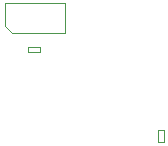
<source format=gbr>
G04 #@! TF.GenerationSoftware,KiCad,Pcbnew,(5.0.1)-4*
G04 #@! TF.CreationDate,2019-05-31T15:51:02-07:00*
G04 #@! TF.ProjectId,Fanout_circuit,46616E6F75745F636972637569742E6B,rev?*
G04 #@! TF.SameCoordinates,Original*
G04 #@! TF.FileFunction,Other,Fab,Top*
%FSLAX46Y46*%
G04 Gerber Fmt 4.6, Leading zero omitted, Abs format (unit mm)*
G04 Created by KiCad (PCBNEW (5.0.1)-4) date 5/31/2019 3:51:02 PM*
%MOMM*%
%LPD*%
G01*
G04 APERTURE LIST*
%ADD10C,0.100000*%
G04 APERTURE END LIST*
D10*
G04 #@! TO.C,J3*
X116615000Y-75320000D02*
X115980000Y-74685000D01*
X121060000Y-75320000D02*
X116615000Y-75320000D01*
X121060000Y-72780000D02*
X121060000Y-75320000D01*
X115980000Y-72780000D02*
X121060000Y-72780000D01*
X115980000Y-74685000D02*
X115980000Y-72780000D01*
G04 #@! TO.C,R1*
X128950000Y-84500000D02*
X128950000Y-83500000D01*
X128950000Y-83500000D02*
X129450000Y-83500000D01*
X129450000Y-83500000D02*
X129450000Y-84500000D01*
X129450000Y-84500000D02*
X128950000Y-84500000D01*
G04 #@! TO.C,C1*
X117975000Y-76425000D02*
X118975000Y-76425000D01*
X118975000Y-76425000D02*
X118975000Y-76925000D01*
X118975000Y-76925000D02*
X117975000Y-76925000D01*
X117975000Y-76925000D02*
X117975000Y-76425000D01*
G04 #@! TD*
M02*

</source>
